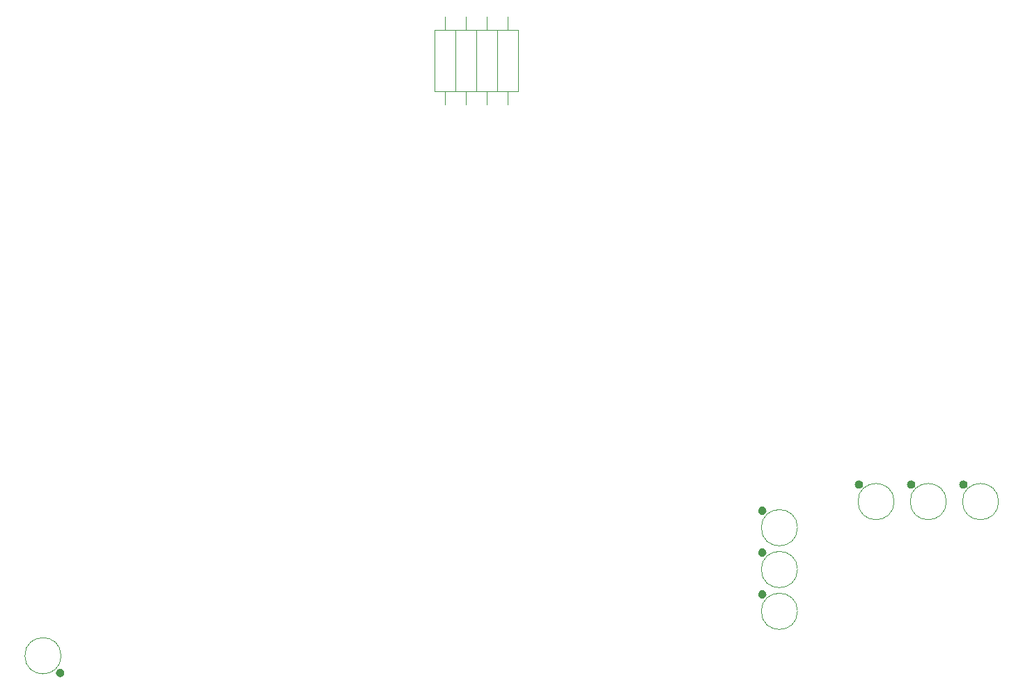
<source format=gbr>
G04 DipTrace 4.0.0.5*
G04 TopAssembly.gbr*
%MOIN*%
G04 #@! TF.FileFunction,Drawing,Top*
G04 #@! TF.Part,Single*
%ADD13C,0.004724*%
%FSLAX26Y26*%
G04*
G70*
G90*
G75*
G01*
G04 TopAssy*
%LPD*%
X4757086Y1243700D2*
D13*
G02X4757086Y1243700I86614J0D01*
G01*
G36*
X4742170Y1325545D2*
X4742338Y1328115D1*
X4742841Y1330640D1*
X4743668Y1333078D1*
X4744807Y1335388D1*
X4746238Y1337529D1*
X4747935Y1339465D1*
X4749871Y1341162D1*
X4752012Y1342593D1*
X4754322Y1343732D1*
X4756760Y1344559D1*
X4759285Y1345062D1*
X4761855Y1345230D1*
X4764424Y1345062D1*
X4766950Y1344559D1*
X4769388Y1343732D1*
X4771697Y1342593D1*
X4773838Y1341162D1*
X4775774Y1339465D1*
X4777472Y1337529D1*
X4778903Y1335388D1*
X4780041Y1333078D1*
X4780869Y1330640D1*
X4781371Y1328115D1*
X4781540Y1325545D1*
D1*
X4781371Y1322976D1*
X4780869Y1320450D1*
X4780041Y1318012D1*
X4778903Y1315703D1*
X4777472Y1313562D1*
X4775774Y1311626D1*
X4773838Y1309928D1*
X4771697Y1308497D1*
X4769388Y1307359D1*
X4766950Y1306531D1*
X4764424Y1306029D1*
X4761855Y1305860D1*
X4759285Y1306029D1*
X4756760Y1306531D1*
X4754322Y1307359D1*
X4752012Y1308497D1*
X4749871Y1309928D1*
X4747935Y1311626D1*
X4746238Y1313562D1*
X4744807Y1315703D1*
X4743668Y1318012D1*
X4742841Y1320450D1*
X4742338Y1322976D1*
X4742170Y1325545D1*
D1*
G37*
X4507086Y1243700D2*
D13*
G02X4507086Y1243700I86614J0D01*
G01*
G36*
X4492170Y1325545D2*
X4492338Y1328115D1*
X4492841Y1330640D1*
X4493668Y1333078D1*
X4494807Y1335388D1*
X4496238Y1337529D1*
X4497935Y1339465D1*
X4499871Y1341162D1*
X4502012Y1342593D1*
X4504322Y1343732D1*
X4506760Y1344559D1*
X4509285Y1345062D1*
X4511855Y1345230D1*
X4514424Y1345062D1*
X4516950Y1344559D1*
X4519388Y1343732D1*
X4521697Y1342593D1*
X4523838Y1341162D1*
X4525774Y1339465D1*
X4527472Y1337529D1*
X4528903Y1335388D1*
X4530041Y1333078D1*
X4530869Y1330640D1*
X4531371Y1328115D1*
X4531540Y1325545D1*
D1*
X4531371Y1322976D1*
X4530869Y1320450D1*
X4530041Y1318012D1*
X4528903Y1315703D1*
X4527472Y1313562D1*
X4525774Y1311626D1*
X4523838Y1309928D1*
X4521697Y1308497D1*
X4519388Y1307359D1*
X4516950Y1306531D1*
X4514424Y1306029D1*
X4511855Y1305860D1*
X4509285Y1306029D1*
X4506760Y1306531D1*
X4504322Y1307359D1*
X4502012Y1308497D1*
X4499871Y1309928D1*
X4497935Y1311626D1*
X4496238Y1313562D1*
X4494807Y1315703D1*
X4493668Y1318012D1*
X4492841Y1320450D1*
X4492338Y1322976D1*
X4492170Y1325545D1*
D1*
G37*
X4044586Y918700D2*
D13*
G02X4044586Y918700I86614J0D01*
G01*
G36*
X4029670Y1000545D2*
X4029838Y1003115D1*
X4030341Y1005640D1*
X4031168Y1008078D1*
X4032307Y1010388D1*
X4033738Y1012529D1*
X4035435Y1014465D1*
X4037371Y1016162D1*
X4039512Y1017593D1*
X4041822Y1018732D1*
X4044260Y1019559D1*
X4046785Y1020062D1*
X4049355Y1020230D1*
X4051924Y1020062D1*
X4054450Y1019559D1*
X4056888Y1018732D1*
X4059197Y1017593D1*
X4061338Y1016162D1*
X4063274Y1014465D1*
X4064972Y1012529D1*
X4066403Y1010388D1*
X4067541Y1008078D1*
X4068369Y1005640D1*
X4068871Y1003115D1*
X4069040Y1000545D1*
D1*
X4068871Y997976D1*
X4068369Y995450D1*
X4067541Y993012D1*
X4066403Y990703D1*
X4064972Y988562D1*
X4063274Y986626D1*
X4061338Y984928D1*
X4059197Y983497D1*
X4056888Y982359D1*
X4054450Y981531D1*
X4051924Y981029D1*
X4049355Y980860D1*
X4046785Y981029D1*
X4044260Y981531D1*
X4041822Y982359D1*
X4039512Y983497D1*
X4037371Y984928D1*
X4035435Y986626D1*
X4033738Y988562D1*
X4032307Y990703D1*
X4031168Y993012D1*
X4030341Y995450D1*
X4029838Y997976D1*
X4029670Y1000545D1*
D1*
G37*
X4044586Y718700D2*
D13*
G02X4044586Y718700I86614J0D01*
G01*
G36*
X4029670Y800545D2*
X4029838Y803115D1*
X4030341Y805640D1*
X4031168Y808078D1*
X4032307Y810388D1*
X4033738Y812529D1*
X4035435Y814465D1*
X4037371Y816162D1*
X4039512Y817593D1*
X4041822Y818732D1*
X4044260Y819559D1*
X4046785Y820062D1*
X4049355Y820230D1*
X4051924Y820062D1*
X4054450Y819559D1*
X4056888Y818732D1*
X4059197Y817593D1*
X4061338Y816162D1*
X4063274Y814465D1*
X4064972Y812529D1*
X4066403Y810388D1*
X4067541Y808078D1*
X4068369Y805640D1*
X4068871Y803115D1*
X4069040Y800545D1*
D1*
X4068871Y797976D1*
X4068369Y795450D1*
X4067541Y793012D1*
X4066403Y790703D1*
X4064972Y788562D1*
X4063274Y786626D1*
X4061338Y784928D1*
X4059197Y783497D1*
X4056888Y782359D1*
X4054450Y781531D1*
X4051924Y781029D1*
X4049355Y780860D1*
X4046785Y781029D1*
X4044260Y781531D1*
X4041822Y782359D1*
X4039512Y783497D1*
X4037371Y784928D1*
X4035435Y786626D1*
X4033738Y788562D1*
X4032307Y790703D1*
X4031168Y793012D1*
X4030341Y795450D1*
X4029838Y797976D1*
X4029670Y800545D1*
D1*
G37*
X4044586Y1118700D2*
D13*
G02X4044586Y1118700I86614J0D01*
G01*
G36*
X4029670Y1200545D2*
X4029838Y1203115D1*
X4030341Y1205640D1*
X4031168Y1208078D1*
X4032307Y1210388D1*
X4033738Y1212529D1*
X4035435Y1214465D1*
X4037371Y1216162D1*
X4039512Y1217593D1*
X4041822Y1218732D1*
X4044260Y1219559D1*
X4046785Y1220062D1*
X4049355Y1220230D1*
X4051924Y1220062D1*
X4054450Y1219559D1*
X4056888Y1218732D1*
X4059197Y1217593D1*
X4061338Y1216162D1*
X4063274Y1214465D1*
X4064972Y1212529D1*
X4066403Y1210388D1*
X4067541Y1208078D1*
X4068369Y1205640D1*
X4068871Y1203115D1*
X4069040Y1200545D1*
D1*
X4068871Y1197976D1*
X4068369Y1195450D1*
X4067541Y1193012D1*
X4066403Y1190703D1*
X4064972Y1188562D1*
X4063274Y1186626D1*
X4061338Y1184928D1*
X4059197Y1183497D1*
X4056888Y1182359D1*
X4054450Y1181531D1*
X4051924Y1181029D1*
X4049355Y1180860D1*
X4046785Y1181029D1*
X4044260Y1181531D1*
X4041822Y1182359D1*
X4039512Y1183497D1*
X4037371Y1184928D1*
X4035435Y1186626D1*
X4033738Y1188562D1*
X4032307Y1190703D1*
X4031168Y1193012D1*
X4030341Y1195450D1*
X4029838Y1197976D1*
X4029670Y1200545D1*
D1*
G37*
X519586Y506200D2*
D13*
G02X519586Y506200I86614J0D01*
G01*
G36*
X707730Y424355D2*
X707562Y421785D1*
X707059Y419260D1*
X706232Y416822D1*
X705093Y414512D1*
X703662Y412371D1*
X701965Y410435D1*
X700029Y408738D1*
X697888Y407307D1*
X695578Y406168D1*
X693140Y405341D1*
X690615Y404838D1*
X688045Y404670D1*
X685476Y404838D1*
X682950Y405341D1*
X680512Y406168D1*
X678203Y407307D1*
X676062Y408738D1*
X674126Y410435D1*
X672428Y412371D1*
X670997Y414512D1*
X669859Y416822D1*
X669031Y419260D1*
X668529Y421785D1*
X668360Y424355D1*
D1*
X668529Y426924D1*
X669031Y429450D1*
X669859Y431888D1*
X670997Y434197D1*
X672428Y436338D1*
X674126Y438274D1*
X676062Y439972D1*
X678203Y441403D1*
X680512Y442541D1*
X682950Y443369D1*
X685476Y443871D1*
X688045Y444040D1*
X690615Y443871D1*
X693140Y443369D1*
X695578Y442541D1*
X697888Y441403D1*
X700029Y439972D1*
X701965Y438274D1*
X703662Y436338D1*
X705093Y434197D1*
X706232Y431888D1*
X707059Y429450D1*
X707562Y426924D1*
X707730Y424355D1*
D1*
G37*
X5007086Y1243700D2*
D13*
G02X5007086Y1243700I86614J0D01*
G01*
G36*
X4992170Y1325545D2*
X4992338Y1328115D1*
X4992841Y1330640D1*
X4993668Y1333078D1*
X4994807Y1335388D1*
X4996238Y1337529D1*
X4997935Y1339465D1*
X4999871Y1341162D1*
X5002012Y1342593D1*
X5004322Y1343732D1*
X5006760Y1344559D1*
X5009285Y1345062D1*
X5011855Y1345230D1*
X5014424Y1345062D1*
X5016950Y1344559D1*
X5019388Y1343732D1*
X5021697Y1342593D1*
X5023838Y1341162D1*
X5025774Y1339465D1*
X5027472Y1337529D1*
X5028903Y1335388D1*
X5030041Y1333078D1*
X5030869Y1330640D1*
X5031371Y1328115D1*
X5031540Y1325545D1*
D1*
X5031371Y1322976D1*
X5030869Y1320450D1*
X5030041Y1318012D1*
X5028903Y1315703D1*
X5027472Y1313562D1*
X5025774Y1311626D1*
X5023838Y1309928D1*
X5021697Y1308497D1*
X5019388Y1307359D1*
X5016950Y1306531D1*
X5014424Y1306029D1*
X5011855Y1305860D1*
X5009285Y1306029D1*
X5006760Y1306531D1*
X5004322Y1307359D1*
X5002012Y1308497D1*
X4999871Y1309928D1*
X4997935Y1311626D1*
X4996238Y1313562D1*
X4994807Y1315703D1*
X4993668Y1318012D1*
X4992841Y1320450D1*
X4992338Y1322976D1*
X4992170Y1325545D1*
D1*
G37*
X2481987Y3205314D2*
D13*
X2580413D1*
Y3500590D1*
X2481987D1*
Y3205314D1*
X2531200Y3143306D2*
Y3205314D1*
Y3500590D2*
Y3562598D1*
X2581987Y3205314D2*
X2680413D1*
Y3500590D1*
X2581987D1*
Y3205314D1*
X2631200Y3143306D2*
Y3205314D1*
Y3500590D2*
Y3562598D1*
X2681987Y3205314D2*
X2780413D1*
Y3500590D1*
X2681987D1*
Y3205314D1*
X2731200Y3143306D2*
Y3205314D1*
Y3500590D2*
Y3562598D1*
X2781987Y3205314D2*
X2880413D1*
Y3500590D1*
X2781987D1*
Y3205314D1*
X2831200Y3143306D2*
Y3205314D1*
Y3500590D2*
Y3562598D1*
M02*

</source>
